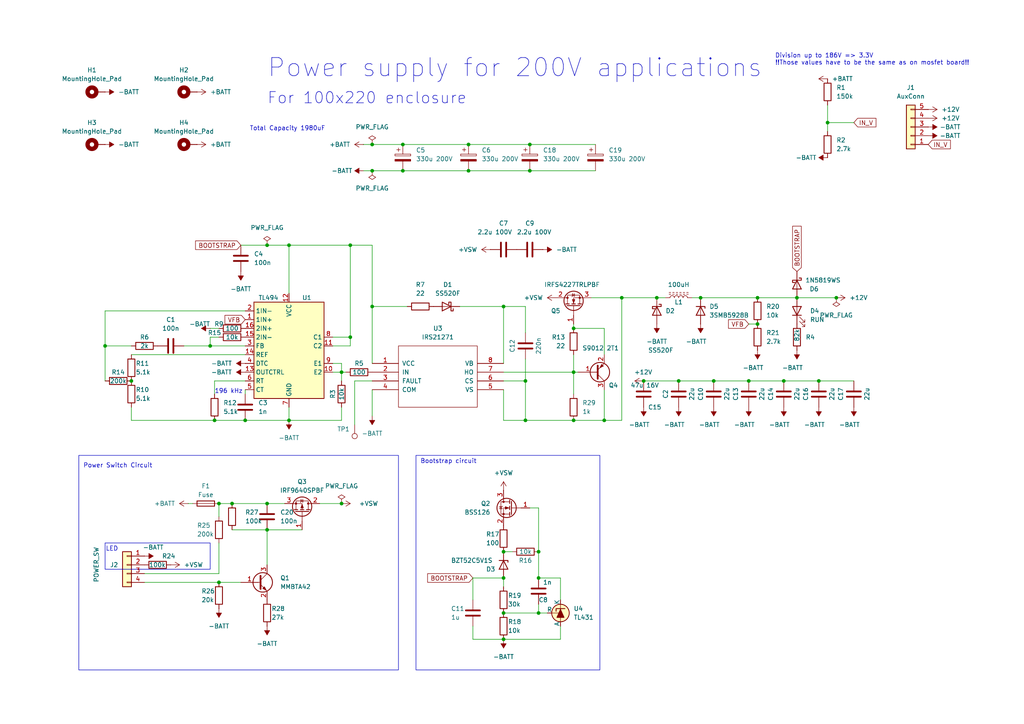
<source format=kicad_sch>
(kicad_sch (version 20231120) (generator "eeschema") (generator_version "8.0")
  (paper "A4")
  (junction (at 231.14 86.36))
  (junction (at 219.71 93.98))
  (junction (at 77.47 146.05))
  (junction (at 63.5 146.05))
  (junction (at 217.17 110.49))
  (junction (at 146.05 185.42))
  (junction (at 101.6 71.12))
  (junction (at 30.48 100.33))
  (junction (at 101.6 97.79))
  (junction (at 180.34 86.36))
  (junction (at 240.03 35.56))
  (junction (at 219.71 86.36))
  (junction (at 99.06 146.05))
  (junction (at 237.49 110.49))
  (junction (at 152.4 121.92))
  (junction (at 156.21 177.8))
  (junction (at 166.37 121.92))
  (junction (at 107.95 88.9))
  (junction (at 116.84 49.53))
  (junction (at 242.57 86.36))
  (junction (at 175.26 121.92))
  (junction (at 99.06 107.95))
  (junction (at 83.82 121.92))
  (junction (at 77.47 71.12))
  (junction (at 166.37 107.95))
  (junction (at 107.95 41.91))
  (junction (at 196.85 110.49))
  (junction (at 116.84 41.91))
  (junction (at 77.47 153.67))
  (junction (at 60.96 100.33))
  (junction (at 190.5 86.36))
  (junction (at 107.95 49.53))
  (junction (at 156.21 167.64))
  (junction (at 227.33 110.49))
  (junction (at 135.89 49.53))
  (junction (at 146.05 88.9))
  (junction (at 203.2 86.36))
  (junction (at 38.1 110.49))
  (junction (at 146.05 167.64))
  (junction (at 152.4 110.49))
  (junction (at 67.31 146.05))
  (junction (at 63.5 168.91))
  (junction (at 166.37 95.25))
  (junction (at 135.89 41.91))
  (junction (at 71.12 121.92))
  (junction (at 207.01 110.49))
  (junction (at 146.05 177.8))
  (junction (at 83.82 71.12))
  (junction (at 153.67 41.91))
  (junction (at 146.05 160.02))
  (junction (at 153.67 49.53))
  (junction (at 156.21 160.02))
  (junction (at 186.69 110.49))
  (junction (at 62.23 121.92))
  (wire (pts (xy 156.21 160.02) (xy 156.21 167.64)))
  (wire (pts (xy 99.06 105.41) (xy 99.06 107.95)))
  (wire (pts (xy 63.5 168.91) (xy 69.85 168.91)))
  (wire (pts (xy 153.67 49.53) (xy 172.72 49.53)))
  (wire (pts (xy 146.05 177.8) (xy 156.21 177.8)))
  (wire (pts (xy 156.21 167.64) (xy 162.56 167.64)))
  (wire (pts (xy 146.05 121.92) (xy 146.05 113.03)))
  (wire (pts (xy 146.05 121.92) (xy 152.4 121.92)))
  (wire (pts (xy 186.69 110.49) (xy 196.85 110.49)))
  (wire (pts (xy 196.85 110.49) (xy 207.01 110.49)))
  (wire (pts (xy 60.96 97.79) (xy 60.96 100.33)))
  (wire (pts (xy 166.37 95.25) (xy 166.37 93.98)))
  (wire (pts (xy 152.4 88.9) (xy 146.05 88.9)))
  (wire (pts (xy 153.67 41.91) (xy 172.72 41.91)))
  (wire (pts (xy 63.5 95.25) (xy 60.96 95.25)))
  (wire (pts (xy 116.84 41.91) (xy 135.89 41.91)))
  (wire (pts (xy 101.6 71.12) (xy 101.6 97.79)))
  (wire (pts (xy 77.47 146.05) (xy 82.55 146.05)))
  (wire (pts (xy 227.33 110.49) (xy 237.49 110.49)))
  (wire (pts (xy 77.47 71.12) (xy 83.82 71.12)))
  (wire (pts (xy 107.95 88.9) (xy 118.11 88.9)))
  (wire (pts (xy 175.26 113.03) (xy 175.26 121.92)))
  (wire (pts (xy 99.06 118.11) (xy 99.06 121.92)))
  (wire (pts (xy 152.4 110.49) (xy 152.4 121.92)))
  (wire (pts (xy 38.1 121.92) (xy 62.23 121.92)))
  (wire (pts (xy 107.95 49.53) (xy 116.84 49.53)))
  (wire (pts (xy 156.21 147.32) (xy 153.67 147.32)))
  (wire (pts (xy 102.87 110.49) (xy 107.95 110.49)))
  (wire (pts (xy 171.45 86.36) (xy 180.34 86.36)))
  (wire (pts (xy 146.05 160.02) (xy 148.59 160.02)))
  (wire (pts (xy 152.4 104.14) (xy 152.4 110.49)))
  (wire (pts (xy 41.91 166.37) (xy 63.5 166.37)))
  (wire (pts (xy 96.52 105.41) (xy 99.06 105.41)))
  (wire (pts (xy 231.14 86.36) (xy 242.57 86.36)))
  (wire (pts (xy 175.26 121.92) (xy 180.34 121.92)))
  (wire (pts (xy 156.21 177.8) (xy 158.75 177.8)))
  (wire (pts (xy 175.26 102.87) (xy 175.26 95.25)))
  (wire (pts (xy 137.16 173.99) (xy 137.16 167.64)))
  (wire (pts (xy 102.87 123.19) (xy 102.87 110.49)))
  (wire (pts (xy 146.05 107.95) (xy 166.37 107.95)))
  (wire (pts (xy 156.21 175.26) (xy 156.21 177.8)))
  (wire (pts (xy 166.37 107.95) (xy 166.37 102.87)))
  (wire (pts (xy 240.03 30.48) (xy 240.03 35.56)))
  (wire (pts (xy 63.5 146.05) (xy 63.5 149.86)))
  (wire (pts (xy 96.52 97.79) (xy 101.6 97.79)))
  (wire (pts (xy 67.31 153.67) (xy 77.47 153.67)))
  (wire (pts (xy 240.03 35.56) (xy 247.65 35.56)))
  (wire (pts (xy 60.96 100.33) (xy 71.12 100.33)))
  (wire (pts (xy 200.66 86.36) (xy 203.2 86.36)))
  (wire (pts (xy 83.82 71.12) (xy 83.82 85.09)))
  (wire (pts (xy 107.95 113.03) (xy 107.95 120.65)))
  (wire (pts (xy 105.41 49.53) (xy 107.95 49.53)))
  (wire (pts (xy 152.4 88.9) (xy 152.4 96.52)))
  (wire (pts (xy 30.48 100.33) (xy 38.1 100.33)))
  (wire (pts (xy 162.56 173.99) (xy 162.56 167.64)))
  (wire (pts (xy 133.35 88.9) (xy 146.05 88.9)))
  (wire (pts (xy 217.17 93.98) (xy 219.71 93.98)))
  (wire (pts (xy 67.31 146.05) (xy 77.47 146.05)))
  (wire (pts (xy 107.95 71.12) (xy 107.95 88.9)))
  (wire (pts (xy 54.61 146.05) (xy 55.88 146.05)))
  (wire (pts (xy 83.82 71.12) (xy 101.6 71.12)))
  (wire (pts (xy 175.26 95.25) (xy 166.37 95.25)))
  (wire (pts (xy 166.37 121.92) (xy 175.26 121.92)))
  (wire (pts (xy 146.05 88.9) (xy 146.05 105.41)))
  (wire (pts (xy 107.95 41.91) (xy 116.84 41.91)))
  (wire (pts (xy 41.91 168.91) (xy 63.5 168.91)))
  (wire (pts (xy 219.71 86.36) (xy 231.14 86.36)))
  (wire (pts (xy 180.34 86.36) (xy 180.34 121.92)))
  (wire (pts (xy 60.96 97.79) (xy 63.5 97.79)))
  (wire (pts (xy 116.84 49.53) (xy 135.89 49.53)))
  (wire (pts (xy 30.48 110.49) (xy 30.48 100.33)))
  (wire (pts (xy 99.06 107.95) (xy 99.06 110.49)))
  (wire (pts (xy 53.34 100.33) (xy 60.96 100.33)))
  (wire (pts (xy 166.37 107.95) (xy 166.37 114.3)))
  (wire (pts (xy 99.06 107.95) (xy 100.33 107.95)))
  (wire (pts (xy 105.41 41.91) (xy 107.95 41.91)))
  (wire (pts (xy 240.03 35.56) (xy 240.03 38.1)))
  (wire (pts (xy 38.1 102.87) (xy 71.12 102.87)))
  (wire (pts (xy 193.04 86.36) (xy 190.5 86.36)))
  (wire (pts (xy 156.21 147.32) (xy 156.21 160.02)))
  (wire (pts (xy 146.05 185.42) (xy 162.56 185.42)))
  (wire (pts (xy 135.89 49.53) (xy 153.67 49.53)))
  (wire (pts (xy 162.56 185.42) (xy 162.56 181.61)))
  (wire (pts (xy 217.17 110.49) (xy 227.33 110.49)))
  (wire (pts (xy 62.23 110.49) (xy 62.23 114.3)))
  (wire (pts (xy 71.12 110.49) (xy 62.23 110.49)))
  (wire (pts (xy 38.1 118.11) (xy 38.1 121.92)))
  (wire (pts (xy 71.12 113.03) (xy 71.12 114.3)))
  (wire (pts (xy 101.6 97.79) (xy 101.6 100.33)))
  (wire (pts (xy 63.5 146.05) (xy 67.31 146.05)))
  (wire (pts (xy 83.82 121.92) (xy 83.82 118.11)))
  (wire (pts (xy 237.49 110.49) (xy 247.65 110.49)))
  (wire (pts (xy 137.16 167.64) (xy 146.05 167.64)))
  (wire (pts (xy 99.06 121.92) (xy 83.82 121.92)))
  (wire (pts (xy 69.85 71.12) (xy 77.47 71.12)))
  (wire (pts (xy 137.16 185.42) (xy 146.05 185.42)))
  (wire (pts (xy 135.89 41.91) (xy 153.67 41.91)))
  (wire (pts (xy 96.52 100.33) (xy 101.6 100.33)))
  (wire (pts (xy 99.06 146.05) (xy 92.71 146.05)))
  (wire (pts (xy 71.12 121.92) (xy 83.82 121.92)))
  (wire (pts (xy 190.5 86.36) (xy 180.34 86.36)))
  (wire (pts (xy 207.01 110.49) (xy 217.17 110.49)))
  (wire (pts (xy 63.5 166.37) (xy 63.5 157.48)))
  (wire (pts (xy 77.47 153.67) (xy 77.47 163.83)))
  (wire (pts (xy 203.2 86.36) (xy 219.71 86.36)))
  (wire (pts (xy 101.6 71.12) (xy 107.95 71.12)))
  (wire (pts (xy 30.48 90.17) (xy 71.12 90.17)))
  (wire (pts (xy 30.48 100.33) (xy 30.48 90.17)))
  (wire (pts (xy 107.95 105.41) (xy 107.95 88.9)))
  (wire (pts (xy 96.52 107.95) (xy 99.06 107.95)))
  (wire (pts (xy 167.64 107.95) (xy 166.37 107.95)))
  (wire (pts (xy 62.23 121.92) (xy 71.12 121.92)))
  (wire (pts (xy 146.05 110.49) (xy 152.4 110.49)))
  (wire (pts (xy 137.16 181.61) (xy 137.16 185.42)))
  (wire (pts (xy 77.47 153.67) (xy 87.63 153.67)))
  (wire (pts (xy 152.4 121.92) (xy 166.37 121.92)))
  (wire (pts (xy 146.05 167.64) (xy 146.05 170.18)))
  (rectangle (start 120.65 132.08) (end 173.99 194.31))
  (rectangle (start 30.48 157.48) (end 60.96 165.1))
  (rectangle (start 22.86 132.08) (end 115.57 194.31))
  (text "LED" (at 34.29 160.02 0) (effects (font (size 1.27 1.27)) (justify right bottom)))
  (text "Power supply for 200V applications" (at 77.47 22.86 0) (effects (font (size 5.27 5.27)) (justify left bottom)))
  (text "Bootstrap circuit" (at 121.92 134.62 0) (effects (font (size 1.27 1.27)) (justify left bottom)))
  (text "Total Capacity 1980uF" (at 72.39 38.1 0) (effects (font (size 1.27 1.27)) (justify left bottom)))
  (text "Power Switch Circuit" (at 24.13 135.89 0) (effects (font (size 1.27 1.27)) (justify left bottom)))
  (text "196 kHz" (at 62.23 114.3 0) (effects (font (size 1.27 1.27)) (justify left bottom)))
  (text "Division up to 186V => 3.3V\n!!Those values have to be the same as on mosfet board!!" (at 224.79 19.05 0) (effects (font (size 1.27 1.27)) (justify left bottom)))
  (text "For 100x220 enclosure" (at 77.47 30.48 0) (effects (font (size 3.27 3.27)) (justify left bottom)))
  (global_label "BOOTSTRAP" (shape input) (at 231.14 78.74 90) (property "Intersheetrefs" "${INTERSHEET_REFS}" (effects (hide yes))))
  (global_label "IN_V" (shape input) (at 247.65 35.56 0) (property "Intersheetrefs" "${INTERSHEET_REFS}" (effects (hide yes))))
  (global_label "VFB" (shape input) (at 217.17 93.98 180) (property "Intersheetrefs" "${INTERSHEET_REFS}" (effects (hide yes))))
  (global_label "BOOTSTRAP" (shape input) (at 137.16 167.64 180) (property "Intersheetrefs" "${INTERSHEET_REFS}" (effects (hide yes))))
  (global_label "BOOTSTRAP" (shape input) (at 69.85 71.12 180) (property "Intersheetrefs" "${INTERSHEET_REFS}" (effects (hide yes))))
  (global_label "VFB" (shape input) (at 71.12 92.71 180) (property "Intersheetrefs" "${INTERSHEET_REFS}" (effects (hide yes))))
  (global_label "IN_V" (shape input) (at 269.24 41.91 0) (property "Intersheetrefs" "${INTERSHEET_REFS}" (effects (hide yes))))
  (symbol (lib_id "power:-BATT") (at 69.85 78.74 180) (unit 1)
    (property "Reference" "#PWR021" (effects (hide yes)))
    (property "Value" "-BATT" (at 69.85 83.82 0))
    (property "Description" "Power symbol creates a global label with name \"-BATT\"" (effects (hide yes)))
  )
  (symbol (lib_id "Device:R") (at 67.31 149.86 0) (unit 1)
    (property "Reference" "R27" (at 71.12 148.59 0) (effects (justify left)))
    (property "Value" "100k" (at 71.12 151.13 0) (effects (justify left)))
    (property "Footprint" "Resistor_SMD:R_0603_1608Metric" (effects (hide yes)))
    (property "MPN" "C25803" (effects (hide yes)))
    (property "Mouser" "603-RC0805FR-0744K2L" (effects (hide yes)))
  )
  (symbol (lib_id "power:-BATT") (at 146.05 185.42 180) (unit 1)
    (property "Reference" "#PWR031" (effects (hide yes)))
    (property "Value" "-BATT" (at 146.05 190.5 0))
    (property "Description" "Power symbol creates a global label with name \"-BATT\"" (effects (hide yes)))
  )
  (symbol (lib_id "power:PWR_FLAG") (at 99.06 146.05 0) (unit 1)
    (property "Reference" "#FLG02" (effects (hide yes)))
    (property "Value" "PWR_FLAG" (at 99.06 140.97 0))
    (property "Description" "Special symbol for telling ERC where power comes from" (effects (hide yes)))
  )
  (symbol (lib_id "power:-BATT") (at 30.48 26.67 270) (unit 1)
    (property "Reference" "#PWR06" (effects (hide yes)))
    (property "Value" "-BATT" (at 34.29 26.67 90) (effects (justify left)))
    (property "Description" "Power symbol creates a global label with name \"-BATT\"" (effects (hide yes)))
  )
  (symbol (lib_id "power:+12V") (at 269.24 31.75 270) (unit 1)
    (property "Reference" "#PWR024" (effects (hide yes)))
    (property "Value" "+12V" (at 273.05 31.75 90) (effects (justify left)))
    (property "Description" "Power symbol creates a global label with name \"+12V\"" (effects (hide yes)))
  )
  (symbol (lib_id "power:-BATT") (at 247.65 118.11 180) (unit 1)
    (property "Reference" "#PWR036" (effects (hide yes)))
    (property "Value" "-BATT" (at 246.38 123.19 0))
    (property "Description" "Power symbol creates a global label with name \"-BATT\"" (effects (hide yes)))
  )
  (symbol (lib_id "Device:R") (at 38.1 106.68 0) (unit 1)
    (property "Reference" "R11" (at 39.37 105.41 0) (effects (justify left)))
    (property "Value" "5.1k" (at 39.37 107.95 0) (effects (justify left)))
    (property "Footprint" "Resistor_SMD:R_0603_1608Metric" (effects (hide yes)))
    (property "MPN" "C23186" (effects (hide yes)))
    (property "Mouser" "603-RC0805FR-0744K2L" (effects (hide yes)))
  )
  (symbol (lib_id "Device:R") (at 67.31 97.79 90) (unit 1)
    (property "Reference" "R15" (at 62.23 96.52 90))
    (property "Value" "10k" (at 67.31 97.79 90))
    (property "Footprint" "Resistor_SMD:R_0603_1608Metric" (effects (hide yes)))
    (property "MPN" "C25804" (effects (hide yes)))
    (property "Mouser" "603-RC0805FR-0744K2L" (effects (hide yes)))
  )
  (symbol (lib_id "power:-BATT") (at 217.17 118.11 180) (unit 1)
    (property "Reference" "#PWR019" (effects (hide yes)))
    (property "Value" "-BATT" (at 215.9 123.19 0))
    (property "Description" "Power symbol creates a global label with name \"-BATT\"" (effects (hide yes)))
  )
  (symbol (lib_id "power:+VSW") (at 99.06 146.05 270) (unit 1)
    (property "Reference" "#PWR042" (effects (hide yes)))
    (property "Value" "+VSW" (at 104.14 146.05 90) (effects (justify left)))
    (property "Description" "Power symbol creates a global label with name \"+VSW\"" (effects (hide yes)))
  )
  (symbol (lib_id "power:+BATT") (at 240.03 22.86 90) (unit 1)
    (property "Reference" "#PWR04" (effects (hide yes)))
    (property "Value" "+BATT" (at 241.3 22.86 90) (effects (justify right)))
    (property "Description" "Power symbol creates a global label with name \"+BATT\"" (effects (hide yes)))
  )
  (symbol (lib_id "Device:R") (at 166.37 118.11 180) (unit 1)
    (property "Reference" "R29" (at 168.91 116.84 0) (effects (justify right)))
    (property "Value" "1k" (at 168.91 119.38 0) (effects (justify right)))
    (property "Footprint" "Resistor_SMD:R_0603_1608Metric" (effects (hide yes)))
    (property "MPN" "C21190" (effects (hide yes)))
    (property "Mouser" "71-CRCW080520R0FKEAC" (effects (hide yes)))
  )
  (symbol (lib_id "power:+VSW") (at 146.05 142.24 0) (unit 1)
    (property "Reference" "#PWR025" (effects (hide yes)))
    (property "Value" "+VSW" (at 146.05 137.16 0))
    (property "Description" "Power symbol creates a global label with name \"+VSW\"" (effects (hide yes)))
  )
  (symbol (lib_id "Device:R") (at 63.5 153.67 0) (unit 1)
    (property "Reference" "R25" (at 57.15 152.4 0) (effects (justify left)))
    (property "Value" "200k" (at 57.15 154.94 0) (effects (justify left)))
    (property "Footprint" "Resistor_SMD:R_0603_1608Metric" (effects (hide yes)))
    (property "MPN" "C25811" (effects (hide yes)))
    (property "Mouser" "603-RC0805FR-0744K2L" (effects (hide yes)))
  )
  (symbol (lib_id "power:-BATT") (at 63.5 176.53 180) (unit 1)
    (property "Reference" "#PWR040" (effects (hide yes)))
    (property "Value" "-BATT" (at 63.5 181.61 0))
    (property "Description" "Power symbol creates a global label with name \"-BATT\"" (effects (hide yes)))
  )
  (symbol (lib_id "power:+BATT") (at 57.15 26.67 270) (unit 1)
    (property "Reference" "#PWR013" (effects (hide yes)))
    (property "Value" "+BATT" (at 60.96 26.67 90) (effects (justify left)))
    (property "Description" "Power symbol creates a global label with name \"+BATT\"" (effects (hide yes)))
  )
  (symbol (lib_id "power:PWR_FLAG") (at 107.95 49.53 180) (unit 1)
    (property "Reference" "#FLG05" (effects (hide yes)))
    (property "Value" "PWR_FLAG" (at 107.95 54.61 0))
    (property "Description" "Special symbol for telling ERC where power comes from" (effects (hide yes)))
  )
  (symbol (lib_id "Device:D_Schottky") (at 190.5 90.17 270) (unit 1)
    (property "Reference" "D2" (at 193.04 90.17 90) (effects (justify left)))
    (property "Value" "SS520F" (at 187.96 101.6 90) (effects (justify left)))
    (property "Footprint" "Diode_SMD:D_SMA" (effects (hide yes)))
    (property "MPN" "C353179" (effects (hide yes)))
  )
  (symbol (lib_id "power:-BATT") (at 107.95 120.65 180) (unit 1)
    (property "Reference" "#PWR023" (effects (hide yes)))
    (property "Value" "-BATT" (at 107.95 125.73 0))
    (property "Description" "Power symbol creates a global label with name \"-BATT\"" (effects (hide yes)))
  )
  (symbol (lib_id "power:+12V") (at 269.24 34.29 270) (unit 1)
    (property "Reference" "#PWR08" (effects (hide yes)))
    (property "Value" "+12V" (at 273.05 34.29 90) (effects (justify left)))
    (property "Description" "Power symbol creates a global label with name \"+12V\"" (effects (hide yes)))
  )
  (symbol (lib_id "power:-BATT") (at 186.69 118.11 180) (unit 1)
    (property "Reference" "#PWR017" (effects (hide yes)))
    (property "Value" "-BATT" (at 185.42 123.19 0))
    (property "Description" "Power symbol creates a global label with name \"-BATT\"" (effects (hide yes)))
  )
  (symbol (lib_id "Transistor_FET:STD7NK40Z") (at 166.37 88.9 90) (unit 1)
    (property "Reference" "Q5" (at 162.56 90.17 90) (effects (justify left)))
    (property "Value" "IRFS4227TRLPBF" (at 173.99 82.55 90) (effects (justify left)))
    (property "Footprint" "Package_TO_SOT_SMD:TO-263-2" (effects (hide yes)))
    (property "Datasheet" "https://www.st.com/resource/en/datasheet/std7nk40zt4.pdf" (effects (hide yes)))
    (property "Description" "5.4A Id, 400V Vds, N-Channel MOSFET, 1Ohm Ron, DPAK" (effects (hide yes)))
    (property "MPN" "C146578" (effects (hide yes)))
    (property "JLCPosOffset" "0,0" (effects (hide yes)))
  )
  (symbol (lib_id "power:PWR_FLAG") (at 107.95 41.91 0) (unit 1)
    (property "Reference" "#FLG04" (effects (hide yes)))
    (property "Value" "PWR_FLAG" (at 107.95 36.83 0))
    (property "Description" "Special symbol for telling ERC where power comes from" (effects (hide yes)))
  )
  (symbol (lib_id "power:-BATT") (at 71.12 105.41 90) (unit 1)
    (property "Reference" "#PWR01" (effects (hide yes)))
    (property "Value" "-BATT" (at 67.31 105.41 90) (effects (justify left)))
    (property "Description" "Power symbol creates a global label with name \"-BATT\"" (effects (hide yes)))
  )
  (symbol (lib_id "power:-BATT") (at 105.41 49.53 90) (unit 1)
    (property "Reference" "#PWR012" (effects (hide yes)))
    (property "Value" "-BATT" (at 102.235 49.53 90) (effects (justify left)))
    (property "Description" "Power symbol creates a global label with name \"-BATT\"" (effects (hide yes)))
  )
  (symbol (lib_id "Device:R") (at 219.71 90.17 180) (unit 1)
    (property "Reference" "R20" (at 222.25 88.9 0) (effects (justify right)))
    (property "Value" "10k" (at 222.25 91.44 0) (effects (justify right)))
    (property "Footprint" "Resistor_SMD:R_0603_1608Metric" (effects (hide yes)))
    (property "MPN" "C25804" (effects (hide yes)))
    (property "Mouser" "71-CRCW080520R0FKEAC" (effects (hide yes)))
  )
  (symbol (lib_id "Device:R") (at 166.37 99.06 180) (unit 1)
    (property "Reference" "R13" (at 160.02 97.79 0) (effects (justify right)))
    (property "Value" "22" (at 161.29 100.33 0) (effects (justify right)))
    (property "Footprint" "Resistor_SMD:R_0603_1608Metric" (effects (hide yes)))
    (property "MPN" "C23345" (effects (hide yes)))
    (property "Mouser" "71-CRCW080520R0FKEAC" (effects (hide yes)))
  )
  (symbol (lib_id "Device:Q_PNP_BEC") (at 172.72 107.95 0) (mirror x) (unit 1)
    (property "Reference" "Q4" (at 176.53 111.76 0) (effects (justify left)))
    (property "Value" "S9012 2T1" (at 168.91 100.965 0) (effects (justify left)))
    (property "Footprint" "Package_TO_SOT_SMD:SOT-23" (effects (hide yes)))
    (property "Description" "PNP transistor, base/emitter/collector" (effects (hide yes)))
    (property "MPN" "C8543" (effects (hide yes)))
  )
  (symbol (lib_id "Connector_Generic:Conn_01x04") (at 36.83 163.83 0) (mirror y) (unit 1)
    (property "Reference" "J2" (at 34.29 163.83 0) (effects (justify left)))
    (property "Value" "POWER_SW" (at 27.94 168.91 90) (effects (justify left)))
    (property "Footprint" "Connector_JST:JST_PH_B4B-PH-K_1x04_P2.00mm_Vertical" (effects (hide yes)))
    (property "MPN" "C131334" (effects (hide yes)))
    (property "JLCRotOffset" "180" (effects (hide yes)))
    (property "JLCPosOffset" "-3,0" (effects (hide yes)))
  )
  (symbol (lib_id "power:+VSW") (at 142.24 72.39 90) (unit 1)
    (property "Reference" "#PWR015" (effects (hide yes)))
    (property "Value" "+VSW" (at 138.43 72.39 90) (effects (justify left)))
    (property "Description" "Power symbol creates a global label with name \"+VSW\"" (effects (hide yes)))
  )
  (symbol (lib_id "Transistor_FET:BS170F") (at 148.59 147.32 0) (mirror y) (unit 1)
    (property "Reference" "Q2" (at 142.24 146.05 0) (effects (justify left)))
    (property "Value" "BSS126" (at 142.24 148.59 0) (effects (justify left)))
    (property "Footprint" "Package_TO_SOT_SMD:SOT-23" (effects (hide yes)))
    (property "Datasheet" "http://www.diodes.com/assets/Datasheets/BS170F.pdf" (effects (hide yes)))
    (property "Description" "0.15A Id, 60V Vds, N-Channel MOSFET, SOT-23" (effects (hide yes)))
    (property "MPN" "C2987085" (effects (hide yes)))
    (property "JLCRotOffset" "0" (effects (hide yes)))
  )
  (symbol (lib_id "Device:D_Zener") (at 146.05 163.83 270) (unit 1)
    (property "Reference" "D3" (at 140.97 165.1 90) (effects (justify left)))
    (property "Value" "BZT52C5V1S" (at 130.81 162.56 90) (effects (justify left)))
    (property "Footprint" "Diode_SMD:D_SOD-323_HandSoldering" (effects (hide yes)))
    (property "MPN" "C2886317" (effects (hide yes)))
  )
  (symbol (lib_id "Device:D_Schottky") (at 129.54 88.9 180) (unit 1)
    (property "Reference" "D1" (at 129.8575 82.55 0))
    (property "Value" "SS520F" (at 129.8575 85.09 0))
    (property "Footprint" "Diode_SMD:D_SMA" (effects (hide yes)))
    (property "MPN" "C353179" (effects (hide yes)))
  )
  (symbol (lib_id "Device:C") (at 156.21 171.45 0) (unit 1)
    (property "Reference" "C8" (at 156.21 173.99 0) (effects (justify left)))
    (property "Value" "1n" (at 157.48 168.91 0) (effects (justify left)))
    (property "Footprint" "Capacitor_SMD:C_0603_1608Metric" (effects (hide yes)))
    (property "MPN" "C1588" (effects (hide yes)))
    (property "Mouser" "80-C0603C102K5R7081" (effects (hide yes)))
  )
  (symbol (lib_id "power:-BATT") (at 77.47 181.61 180) (unit 1)
    (property "Reference" "#PWR041" (effects (hide yes)))
    (property "Value" "-BATT" (at 77.47 186.69 0))
    (property "Description" "Power symbol creates a global label with name \"-BATT\"" (effects (hide yes)))
  )
  (symbol (lib_id "Device:C") (at 152.4 100.33 0) (unit 1)
    (property "Reference" "C12" (at 148.59 100.33 90))
    (property "Value" "220n" (at 156.21 100.33 90))
    (property "Footprint" "Capacitor_SMD:C_1206_3216Metric" (effects (hide yes)))
    (property "MPN" "C2847454" (effects (hide yes)))
  )
  (symbol (lib_id "Device:C") (at 186.69 114.3 0) (unit 1)
    (property "Reference" "C15" (at 187.96 118.11 0) (effects (justify left)))
    (property "Value" "47u 16V" (at 182.88 111.76 0) (effects (justify left)))
    (property "Footprint" "Capacitor_SMD:C_1210_3225Metric" (effects (hide yes)))
    (property "MPN" "C2918513" (effects (hide yes)))
    (property "Mouser" "81-GRM32EC81C476KE5K" (effects (hide yes)))
  )
  (symbol (lib_id "power:-BATT") (at 71.12 107.95 90) (unit 1)
    (property "Reference" "#PWR02" (effects (hide yes)))
    (property "Value" "-BATT" (at 67.31 107.95 90) (effects (justify left)))
    (property "Description" "Power symbol creates a global label with name \"-BATT\"" (effects (hide yes)))
  )
  (symbol (lib_id "Device:D_Schottky") (at 231.14 82.55 270) (unit 1)
    (property "Reference" "D6" (at 237.49 83.82 90) (effects (justify right)))
    (property "Value" "1N5819WS" (at 243.84 81.28 90) (effects (justify right)))
    (property "Footprint" "Diode_SMD:D_SOD-323_HandSoldering" (effects (hide yes)))
    (property "MPN" "C191023" (effects (hide yes)))
  )
  (symbol (lib_id "Device:R") (at 146.05 173.99 180) (unit 1)
    (property "Reference" "R19" (at 147.32 172.72 0) (effects (justify right)))
    (property "Value" "30k" (at 147.32 175.26 0) (effects (justify right)))
    (property "Footprint" "Resistor_SMD:R_0603_1608Metric" (effects (hide yes)))
    (property "MPN" "C22984" (effects (hide yes)))
    (property "Mouser" "71-CRCW080520R0FKEAC" (effects (hide yes)))
  )
  (symbol (lib_id "Device:L_Ferrite") (at 196.85 86.36 90) (unit 1)
    (property "Reference" "L1" (at 196.85 87.63 90))
    (property "Value" "100uH" (at 196.85 82.55 90))
    (property "Footprint" "Inductor_SMD:L_Chilisin_BMRG00131360" (effects (hide yes)))
    (property "MPN" "C408533" (effects (hide yes)))
  )
  (symbol (lib_id "Device:R") (at 67.31 95.25 90) (unit 1)
    (property "Reference" "R9" (at 63.5 93.98 90))
    (property "Value" "100" (at 67.31 95.25 90))
    (property "Footprint" "Resistor_SMD:R_0603_1608Metric" (effects (hide yes)))
    (property "MPN" "C22775" (effects (hide yes)))
    (property "Mouser" "603-RC0805FR-0744K2L" (effects (hide yes)))
  )
  (symbol (lib_id "Device:C") (at 196.85 114.3 0) (unit 1)
    (property "Reference" "C2" (at 193.04 114.3 90))
    (property "Value" "22u" (at 200.66 114.3 90))
    (property "Footprint" "Capacitor_SMD:C_1206_3216Metric" (effects (hide yes)))
    (property "MPN" "C12891" (effects (hide yes)))
  )
  (symbol (lib_id "Device:R") (at 146.05 156.21 180) (unit 1)
    (property "Reference" "R17" (at 140.97 154.94 0) (effects (justify right)))
    (property "Value" "100" (at 140.97 157.48 0) (effects (justify right)))
    (property "Footprint" "Resistor_SMD:R_0603_1608Metric" (effects (hide yes)))
    (property "MPN" "C22775" (effects (hide yes)))
    (property "Mouser" "71-CRCW080520R0FKEAC" (effects (hide yes)))
  )
  (symbol (lib_id "Device:D_Zener") (at 203.2 90.17 270) (unit 1)
    (property "Reference" "D5" (at 205.74 88.9 90) (effects (justify left)))
    (property "Value" "3SMB5928B" (at 205.74 91.44 90) (effects (justify left)))
    (property "Footprint" "Diode_SMD:D_SMB" (effects (hide yes)))
    (property "MPN" "C2983224" (effects (hide yes)))
    (property "Mouser" "821-1SMB5928" (effects (hide yes)))
  )
  (symbol (lib_id "Device:C_Polarized") (at 172.72 45.72 0) (unit 1)
    (property "Reference" "C19" (at 176.53 43.561 0) (effects (justify left)))
    (property "Value" "330u 200V" (at 176.53 46.101 0) (effects (justify left)))
    (property "Footprint" "Capacitor_THT:CP_Radial_D18.0mm_P7.50mm" (effects (hide yes)))
    (property "Mouser" "661-EKMR201VS222MR50" (effects (hide yes)))
    (property "MPN" "C697601" (effects (hide yes)))
  )
  (symbol (lib_id "Device:C_Polarized") (at 135.89 45.72 0) (unit 1)
    (property "Reference" "C6" (at 139.7 43.561 0) (effects (justify left)))
    (property "Value" "330u 200V" (at 139.7 46.101 0) (effects (justify left)))
    (property "Footprint" "Capacitor_THT:CP_Radial_D18.0mm_P7.50mm" (effects (hide yes)))
    (property "Mouser" "661-EKMR201VS222MR50" (effects (hide yes)))
    (property "MPN" "C697601" (effects (hide yes)))
  )
  (symbol (lib_id "power:-BATT") (at 207.01 118.11 180) (unit 1)
    (property "Reference" "#PWR018" (effects (hide yes)))
    (property "Value" "-BATT" (at 205.74 123.19 0))
    (property "Description" "Power symbol creates a global label with name \"-BATT\"" (effects (hide yes)))
  )
  (symbol (lib_id "Device:C") (at 49.53 100.33 90) (unit 1)
    (property "Reference" "C1" (at 49.53 92.71 90))
    (property "Value" "100n" (at 49.53 95.25 90))
    (property "Footprint" "Capacitor_SMD:C_0603_1608Metric" (effects (hide yes)))
    (property "MPN" "C14663" (effects (hide yes)))
    (property "Mouser" "581-08055C104KAT4A" (effects (hide yes)))
  )
  (symbol (lib_id "Mechanical:MountingHole_Pad") (at 27.94 26.67 90) (unit 1) (in_bom no)
    (property "Reference" "H1" (at 26.67 20.32 90))
    (property "Value" "MountingHole_Pad" (at 26.67 22.86 90))
    (property "Footprint" "MountingHole:MountingHole_5.3mm_M5_Pad_Via" (effects (hide yes)))
  )
  (symbol (lib_id "Device:C") (at 217.17 114.3 0) (unit 1)
    (property "Reference" "C13" (at 213.36 114.3 90))
    (property "Value" "22u" (at 220.98 114.3 90))
    (property "Footprint" "Capacitor_SMD:C_1206_3216Metric" (effects (hide yes)))
    (property "MPN" "C12891" (effects (hide yes)))
  )
  (symbol (lib_id "power:+12V") (at 186.69 110.49 90) (unit 1)
    (property "Reference" "#PWR014" (effects (hide yes)))
    (property "Value" "+12V" (at 189.23 107.95 90) (effects (justify left)))
    (property "Description" "Power symbol creates a global label with name \"+12V\"" (effects (hide yes)))
  )
  (symbol (lib_id "power:PWR_FLAG") (at 242.57 86.36 180) (unit 1)
    (property "Reference" "#FLG03" (effects (hide yes)))
    (property "Value" "PWR_FLAG" (at 242.57 91.44 0))
    (property "Description" "Special symbol for telling ERC where power comes from" (effects (hide yes)))
  )
  (symbol (lib_id "power:-BATT") (at 30.48 41.91 270) (unit 1)
    (property "Reference" "#PWR027" (effects (hide yes)))
    (property "Value" "-BATT" (at 34.29 41.91 90) (effects (justify left)))
    (property "Description" "Power symbol creates a global label with name \"-BATT\"" (effects (hide yes)))
  )
  (symbol (lib_id "Regulator_Controller:TL494") (at 83.82 102.87 0) (unit 1)
    (property "Reference" "U1" (at 87.63 86.36 0) (effects (justify left)))
    (property "Value" "TL494" (at 74.93 86.36 0) (effects (justify left)))
    (property "Footprint" "Package_SO:SOIC-16_3.9x9.9mm_P1.27mm" (effects (hide yes)))
    (property "Datasheet" "http://www.ti.com/lit/ds/symlink/tl494.pdf" (effects (hide yes)))
    (property "MPN" "C19882" (effects (hide yes)))
    (property "JLCRotOffset" "0" (effects (hide yes)))
  )
  (symbol (lib_id "Connector:TestPoint") (at 102.87 123.19 180) (unit 1) (in_bom no)
    (property "Reference" "TP1" (at 97.79 124.46 0) (effects (justify right)))
    (property "Value" "TestPoint" (effects (hide yes)))
    (property "Footprint" "TestPoint:TestPoint_Pad_1.0x1.0mm" (effects (hide yes)))
  )
  (symbol (lib_id "Device:C") (at 227.33 114.3 0) (unit 1)
    (property "Reference" "C14" (at 223.52 114.3 90))
    (property "Value" "22u" (at 231.14 114.3 90))
    (property "Footprint" "Capacitor_SMD:C_1206_3216Metric" (effects (hide yes)))
    (property "MPN" "C12891" (effects (hide yes)))
  )
  (symbol (lib_id "Device:C") (at 71.12 118.11 0) (unit 1)
    (property "Reference" "C3" (at 74.93 116.84 0) (effects (justify left)))
    (property "Value" "1n" (at 74.93 119.38 0) (effects (justify left)))
    (property "Footprint" "Capacitor_SMD:C_0603_1608Metric" (effects (hide yes)))
    (property "MPN" "C1588" (effects (hide yes)))
    (property "Mouser" "80-C0603C102K5R7081" (effects (hide yes)))
  )
  (symbol (lib_id "Device:R") (at 34.29 110.49 90) (unit 1)
    (property "Reference" "R14" (at 34.29 107.95 90))
    (property "Value" "200k" (at 34.29 110.49 90))
    (property "Footprint" "Resistor_SMD:R_0603_1608Metric" (effects (hide yes)))
    (property "MPN" "C25811" (effects (hide yes)))
    (property "Mouser" "603-RC0805FR-0744K2L" (effects (hide yes)))
  )
  (symbol (lib_id "power:+BATT") (at 54.61 146.05 90) (unit 1)
    (property "Reference" "#PWR039" (effects (hide yes)))
    (property "Value" "+BATT" (at 50.8 146.05 90) (effects (justify left)))
    (property "Description" "Power symbol creates a global label with name \"+BATT\"" (effects (hide yes)))
  )
  (symbol (lib_id "power:-BATT") (at 227.33 118.11 180) (unit 1)
    (property "Reference" "#PWR032" (effects (hide yes)))
    (property "Value" "-BATT" (at 226.06 123.19 0))
    (property "Description" "Power symbol creates a global label with name \"-BATT\"" (effects (hide yes)))
  )
  (symbol (lib_id "Device:R") (at 231.14 97.79 180) (unit 1)
    (property "Reference" "R4" (at 233.68 97.79 0) (effects (justify right)))
    (property "Value" "82k" (at 231.14 99.06 90) (effects (justify right)))
    (property "Footprint" "Resistor_SMD:R_0603_1608Metric" (effects (hide yes)))
    (property "MPN" "C23254" (effects (hide yes)))
    (property "Mouser" "603-AC0805JR-0710KL" (effects (hide yes)))
  )
  (symbol (lib_id "Mechanical:MountingHole_Pad") (at 54.61 41.91 90) (unit 1) (in_bom no)
    (property "Reference" "H4" (at 53.34 35.56 90))
    (property "Value" "MountingHole_Pad" (at 53.34 38.1 90))
    (property "Footprint" "MountingHole:MountingHole_5.3mm_M5_Pad_Via" (effects (hide yes)))
  )
  (symbol (lib_id "Device:C") (at 237.49 114.3 0) (unit 1)
    (property "Reference" "C16" (at 233.68 114.3 90))
    (property "Value" "22u" (at 241.3 114.3 90))
    (property "Footprint" "Capacitor_SMD:C_1206_3216Metric" (effects (hide yes)))
    (property "MPN" "C12891" (effects (hide yes)))
  )
  (symbol (lib_id "power:-BATT") (at 237.49 118.11 180) (unit 1)
    (property "Reference" "#PWR033" (effects (hide yes)))
    (property "Value" "-BATT" (at 236.22 123.19 0))
    (property "Description" "Power symbol creates a global label with name \"-BATT\"" (effects (hide yes)))
  )
  (symbol (lib_id "Device:R") (at 240.03 26.67 0) (unit 1)
    (property "Reference" "R1" (at 242.57 25.4 0) (effects (justify left)))
    (property "Value" "150k" (at 242.57 27.94 0) (effects (justify left)))
    (property "Footprint" "Resistor_SMD:R_0603_1608Metric" (effects (hide yes)))
    (property "MPN" "C22807" (effects (hide yes)))
    (property "Mouser" "603-RC0805FR-07100KL" (effects (hide yes)))
  )
  (symbol (lib_id "Device:R") (at 62.23 118.11 0) (unit 1)
    (property "Reference" "R12" (at 64.77 116.84 0) (effects (justify left)))
    (property "Value" "5.1k" (at 64.77 119.38 0) (effects (justify left)))
    (property "Footprint" "Resistor_SMD:R_0603_1608Metric" (effects (hide yes)))
    (property "MPN" "C23186" (effects (hide yes)))
    (property "Mouser" "603-RC0805FR-0744K2L" (effects (hide yes)))
  )
  (symbol (lib_id "power:-BATT") (at 41.91 161.29 270) (mirror x) (unit 1)
    (property "Reference" "#PWR037" (effects (hide yes)))
    (property "Value" "-BATT" (at 44.45 158.75 90))
    (property "Description" "Power symbol creates a global label with name \"-BATT\"" (effects (hide yes)))
  )
  (symbol (lib_id "Device:R") (at 240.03 41.91 0) (unit 1)
    (property "Reference" "R2" (at 242.57 40.64 0) (effects (justify left)))
    (property "Value" "2.7k" (at 242.57 43.18 0) (effects (justify left)))
    (property "Footprint" "Resistor_SMD:R_0603_1608Metric" (effects (hide yes)))
    (property "MPN" "C13167" (effects (hide yes)))
    (property "Mouser" "71-CRCW0805-1.8K-E3" (effects (hide yes)))
  )
  (symbol (lib_id "power:+VSW") (at 49.53 163.83 270) (unit 1)
    (property "Reference" "#PWR038" (effects (hide yes)))
    (property "Value" "+VSW" (at 53.34 163.83 90) (effects (justify left)))
    (property "Description" "Power symbol creates a global label with name \"+VSW\"" (effects (hide yes)))
  )
  (symbol (lib_id "Mechanical:MountingHole_Pad") (at 27.94 41.91 90) (unit 1) (in_bom no)
    (property "Reference" "H3" (at 26.67 35.56 90))
    (property "Value" "MountingHole_Pad" (at 26.67 38.1 90))
    (property "Footprint" "MountingHole:MountingHole_5.3mm_M5_Pad_Via" (effects (hide yes)))
  )
  (symbol (lib_id "Device:C") (at 153.67 72.39 90) (unit 1)
    (property "Reference" "C9" (at 153.67 64.77 90))
    (property "Value" "2.2u 100V" (at 154.94 67.31 90))
    (property "Footprint" "Capacitor_SMD:C_1206_3216Metric" (effects (hide yes)))
    (property "MPN" "C920964" (effects (hide yes)))
  )
  (symbol (lib_id "Device:R") (at 77.47 177.8 0) (unit 1)
    (property "Reference" "R28" (at 78.74 176.53 0) (effects (justify left)))
    (property "Value" "27k" (at 78.74 179.07 0) (effects (justify left)))
    (property "Footprint" "Resistor_SMD:R_0603_1608Metric" (effects (hide yes)))
    (property "MPN" "C22967" (effects (hide yes)))
    (property "Mouser" "603-RC0805FR-0744K2L" (effects (hide yes)))
  )
  (symbol (lib_id "Device:R") (at 41.91 100.33 90) (unit 1)
    (property "Reference" "R6" (at 41.91 97.79 90))
    (property "Value" "2k" (at 41.91 100.33 90))
    (property "Footprint" "Resistor_SMD:R_0603_1608Metric" (effects (hide yes)))
    (property "MPN" "C22975" (effects (hide yes)))
    (property "Mouser" "603-RC0805FR-0744K2L" (effects (hide yes)))
  )
  (symbol (lib_id "Transistor_FET:SUD50P10-43L") (at 87.63 148.59 270) (mirror x) (unit 1)
    (property "Reference" "Q3" (at 87.63 139.7 90))
    (property "Value" "IRF9640SPBF" (at 87.63 142.24 90))
    (property "Footprint" "Package_TO_SOT_SMD:TO-263-2" (effects (hide yes)))
    (property "Datasheet" "https://www.vishay.com/docs/62504/sud50p10-43l-ge3.pdf" (effects (hide yes)))
    (property "Description" "-37A Id, -100V Vds, TrenchFET P-Channel Power MOSFET, 43mOhm Ron, 160nC Qg, -55 to 150 °C, TO-252-2" (effects (hide yes)))
    (property "MPN" "C540971" (effects (hide yes)))
    (property "JLCPosOffset" "-2,0" (effects (hide yes)))
    (property "JLCRotOffset" "180" (effects (hide yes)))
  )
  (symbol (lib_id "Mechanical:MountingHole_Pad") (at 54.61 26.67 90) (unit 1) (in_bom no)
    (property "Reference" "H2" (at 53.34 20.32 90))
    (property "Value" "MountingHole_Pad" (at 53.34 22.86 90))
    (property "Footprint" "MountingHole:MountingHole_5.3mm_M5_Pad_Via" (effects (hide yes)))
  )
  (symbol (lib_id "Device:R") (at 99.06 114.3 0) (unit 1)
    (property "Reference" "R3" (at 96.52 114.3 90))
    (property "Value" "10k" (at 99.06 114.3 90))
    (property "Footprint" "Resistor_SMD:R_0603_1608Metric" (effects (hide yes)))
    (property "MPN" "C25804" (effects (hide yes)))
    (property "Mouser" "71-CRCW080520R0FKEAC" (effects (hide yes)))
  )
  (symbol (lib_id "power:-BATT") (at 231.14 101.6 180) (unit 1)
    (property "Reference" "#PWR029" (effects (hide yes)))
    (property "Value" "-BATT" (at 229.87 106.68 0))
    (property "Description" "Power symbol creates a global label with name \"-BATT\"" (effects (hide yes)))
  )
  (symbol (lib_id "Device:R") (at 45.72 163.83 90) (mirror x) (unit 1)
    (property "Reference" "R24" (at 46.99 161.29 90) (effects (justify right)))
    (property "Value" "100k" (at 43.18 163.83 90) (effects (justify right)))
    (property "Footprint" "Resistor_SMD:R_0603_1608Metric" (effects (hide yes)))
    (property "MPN" "C25803" (effects (hide yes)))
    (property "Mouser" "603-AC0805JR-0710KL" (effects (hide yes)))
  )
  (symbol (lib_id "power:PWR_FLAG") (at 77.47 71.12 0) (unit 1)
    (property "Reference" "#FLG01" (effects (hide yes)))
    (property "Value" "PWR_FLAG" (at 77.47 66.04 0))
    (property "Description" "Special symbol for telling ERC where power comes from" (effects (hide yes)))
  )
  (symbol (lib_id "power:-BATT") (at 157.48 72.39 270) (unit 1)
    (property "Reference" "#PWR035" (effects (hide yes)))
    (property "Value" "-BATT" (at 161.29 72.39 90) (effects (justify left)))
    (property "Description" "Power symbol creates a global label with name \"-BATT\"" (effects (hide yes)))
  )
  (symbol (lib_id "Device:R") (at 219.71 97.79 180) (unit 1)
    (property "Reference" "R21" (at 222.25 96.52 0) (effects (justify right)))
    (property "Value" "2.7k" (at 222.25 99.06 0) (effects (justify right)))
    (property "Footprint" "Resistor_SMD:R_0603_1608Metric" (effects (hide yes)))
    (property "MPN" "C13167" (effects (hide yes)))
    (property "Mouser" "71-CRCW080520R0FKEAC" (effects (hide yes)))
  )
  (symbol (lib_id "Device:C") (at 146.05 72.39 90) (unit 1)
    (property "Reference" "C7" (at 146.05 64.77 90))
    (property "Value" "2.2u 100V" (at 143.51 67.31 90))
    (property "Footprint" "Capacitor_SMD:C_1206_3216Metric" (effects (hide yes)))
    (property "MPN" "C920964" (effects (hide yes)))
  )
  (symbol (lib_id "power:-BATT") (at 240.03 45.72 90) (unit 1)
    (property "Reference" "#PWR07" (effects (hide yes)))
    (property "Value" "-BATT" (at 236.855 45.72 90) (effects (justify left)))
    (property "Description" "Power symbol creates a global label with name \"-BATT\"" (effects (hide yes)))
  )
  (symbol (lib_id "Device:C_Polarized") (at 116.84 45.72 0) (unit 1)
    (property "Reference" "C5" (at 120.65 43.561 0) (effects (justify left)))
    (property "Value" "330u 200V" (at 120.65 46.101 0) (effects (justify left)))
    (property "Footprint" "Capacitor_THT:CP_Radial_D18.0mm_P7.50mm" (effects (hide yes)))
    (property "MPN" "C697601" (effects (hide yes)))
    (property "Mouser" "661-EKMR201VS222MR50" (effects (hide yes)))
  )
  (symbol (lib_id "Device:R") (at 38.1 114.3 0) (unit 1)
    (property "Reference" "R10" (at 39.37 113.03 0) (effects (justify left)))
    (property "Value" "5.1k" (at 39.37 115.57 0) (effects (justify left)))
    (property "Footprint" "Resistor_SMD:R_0603_1608Metric" (effects (hide yes)))
    (property "MPN" "C23186" (effects (hide yes)))
    (property "Mouser" "603-RC0805FR-0744K2L" (effects (hide yes)))
  )
  (symbol (lib_id "GigaESCSymbols:TL431") (at 162.56 177.8 0) (unit 1)
    (property "Reference" "U4" (at 166.37 176.53 0) (effects (justify left)))
    (property "Value" "TL431" (at 166.37 179.07 0) (effects (justify left)))
    (property "Footprint" "Package_TO_SOT_SMD:SOT-23" (effects (hide yes)))
    (property "Datasheet" "https://datasheet.lcsc.com/lcsc/2204271145_Guangdong-Hottech-TL431_C181103.pdf" (effects (hide yes)))
    (property "Description" "VRef Shunt AdjV 1% [SOT-23]" (effects (hide yes)))
    (property "Manuf" "TI" (effects (hide yes)))
    (property "MPN" "C181103" (effects (hide yes)))
    (property "BOM" "TI TL431AIDBZ" (effects (hide yes)))
    (property "JLCRotOffset" "0" (effects (hide yes)))
  )
  (symbol (lib_id "Device:R") (at 152.4 160.02 90) (unit 1)
    (property "Reference" "R16" (at 152.4 162.56 90))
    (property "Value" "10k" (at 152.4 160.02 90))
    (property "Footprint" "Resistor_SMD:R_0603_1608Metric" (effects (hide yes)))
    (property "MPN" "C25804" (effects (hide yes)))
    (property "Mouser" "71-CRCW080520R0FKEAC" (effects (hide yes)))
  )
  (symbol (lib_id "Device:C") (at 137.16 177.8 0) (unit 1)
    (property "Reference" "C11" (at 130.81 176.53 0) (effects (justify left)))
    (property "Value" "1u" (at 130.81 179.07 0) (effects (justify left)))
    (property "Footprint" "Capacitor_SMD:C_0603_1608Metric" (effects (hide yes)))
    (property "MPN" "C15849" (effects (hide yes)))
    (property "Mouser" "581-08055C104KAT4A" (effects (hide yes)))
  )
  (symbol (lib_id "Device:R") (at 104.14 107.95 270) (unit 1)
    (property "Reference" "R5" (at 104.14 105.41 90))
    (property "Value" "100" (at 104.14 107.95 90))
    (property "Footprint" "Resistor_SMD:R_0603_1608Metric" (effects (hide yes)))
    (property "MPN" "C22775" (effects (hide yes)))
    (property "Mouser" "71-CRCW080520R0FKEAC" (effects (hide yes)))
  )
  (symbol (lib_id "Connector_Generic:Conn_01x05") (at 264.16 36.83 180) (unit 1)
    (property "Reference" "J1" (at 264.16 25.4 0))
    (property "Value" "AuxConn" (at 264.16 27.94 0))
    (property "Footprint" "Connector_JST:JST_PH_B5B-PH-K_1x05_P2.00mm_Vertical" (effects (hide yes)))
    (property "MPN" "C157993" (effects (hide yes)))
    (property "JLCPosOffset" "-4,0" (effects (hide yes)))
    (property "JLCRotOffset" "180" (effects (hide yes)))
  )
  (symbol (lib_id "Device:R") (at 121.92 88.9 90) (unit 1)
    (property "Reference" "R7" (at 121.92 82.55 90))
    (property "Value" "22" (at 121.92 85.09 90))
    (property "Footprint" "Resistor_SMD:R_0603_1608Metric" (effects (hide yes)))
    (property "MPN" "C23345" (effects (hide yes)))
    (property "Mouser" "71-CRCW080520R0FKEAC" (effects (hide yes)))
  )
  (symbol (lib_id "Device:C") (at 247.65 114.3 0) (unit 1)
    (property "Reference" "C17" (at 243.84 114.3 90))
    (property "Value" "22u" (at 251.46 114.3 90))
    (property "Footprint" "Capacitor_SMD:C_1206_3216Metric" (effects (hide yes)))
    (property "MPN" "C12891" (effects (hide yes)))
  )
  (symbol (lib_id "Device:R") (at 63.5 172.72 0) (unit 1)
    (property "Reference" "R26" (at 58.42 171.45 0) (effects (justify left)))
    (property "Value" "20k" (at 58.42 173.99 0) (effects (justify left)))
    (property "Footprint" "Resistor_SMD:R_0603_1608Metric" (effects (hide yes)))
    (property "MPN" "C4184" (effects (hide yes)))
    (property "Mouser" "603-RC0805FR-0744K2L" (effects (hide yes)))
  )
  (symbol (lib_id "power:-BATT") (at 219.71 101.6 180) (unit 1)
    (property "Reference" "#PWR030" (effects (hide yes)))
    (property "Value" "-BATT" (at 218.44 106.68 0))
    (property "Description" "Power symbol creates a global label with name \"-BATT\"" (effects (hide yes)))
  )
  (symbol (lib_id "power:-BATT") (at 196.85 118.11 180) (unit 1)
    (property "Reference" "#PWR016" (effects (hide yes)))
    (property "Value" "-BATT" (at 195.58 123.19 0))
    (property "Description" "Power symbol creates a global label with name \"-BATT\"" (effects (hide yes)))
  )
  (symbol (lib_id "Device:C") (at 207.01 114.3 0) (unit 1)
    (property "Reference" "C10" (at 203.2 114.3 90))
    (property "Value" "22u" (at 210.82 114.3 90))
    (property "Footprint" "Capacitor_SMD:C_1206_3216Metric" (effects (hide yes)))
    (property "MPN" "C12891" (effects (hide yes)))
  )
  (symbol (lib_id "power:+BATT") (at 57.15 41.91 270) (unit 1)
    (property "Reference" "#PWR028" (effects (hide yes)))
    (property "Value" "+BATT" (at 60.96 41.91 90) (effects (justify left)))
    (property "Description" "Power symbol creates a global label with name \"+BATT\"" (effects (hide yes)))
  )
  (symbol (lib_id "Device:C_Polarized") (at 153.67 45.72 0) (unit 1)
    (property "Reference" "C18" (at 157.48 43.561 0) (effects (justify left)))
    (property "Value" "330u 200V" (at 157.48 46.101 0) (effects (justify left)))
    (property "Footprint" "Capacitor_THT:CP_Radial_D18.0mm_P7.50mm" (effects (hide yes)))
    (property "MPN" "C697601" (effects (hide yes)))
    (property "Mouser" "661-EKMR201VS222MR50" (effects (hide yes)))
  )
  (symbol (lib_id "power:+VSW") (at 161.29 86.36 90) (unit 1)
    (property "Reference" "#PWR043" (effects (hide yes)))
    (property "Value" "+VSW" (at 157.48 86.36 90) (effects (justify left)))
    (property "Description" "Power symbol creates a global label with name \"+VSW\"" (effects (hide yes)))
  )
  (symbol (lib_id "GigaESCSymbols:IRS21271") (at 127 109.22 0) (unit 1)
    (property "Reference" "U3" (at 127 95.25 0))
    (property "Value" "IRS21271" (at 127 97.79 0))
    (property "Footprint" "Package_SO:SO-8_3.9x4.9mm_P1.27mm" (effects (hide yes)))
    (property "Datasheet" "DOCUMENTATION" (effects (hide yes)))
    (property "MPN" "C476118" (effects (hide yes)))
    (property "JLCRotOffset" "-90" (effects (hide yes)))
  )
  (symbol (lib_id "power:-BATT") (at 269.24 36.83 270) (unit 1)
    (property "Reference" "#PWR011" (effects (hide yes)))
    (property "Value" "-BATT" (at 275.59 36.83 90))
    (property "Description" "Power symbol creates a global label with name \"-BATT\"" (effects (hide yes)))
  )
  (symbol (lib_id "power:-BATT") (at 190.5 93.98 180) (unit 1)
    (property "Reference" "#PWR022" (effects (hide yes)))
    (property "Value" "-BATT" (at 190.5 99.06 0))
    (property "Description" "Power symbol creates a global label with name \"-BATT\"" (effects (hide yes)))
  )
  (symbol (lib_id "Device:C") (at 69.85 74.93 0) (unit 1)
    (property "Reference" "C4" (at 73.66 73.66 0) (effects (justify left)))
    (property "Value" "100n" (at 73.66 76.2 0) (effects (justify left)))
    (property "Footprint" "Capacitor_SMD:C_0603_1608Metric" (effects (hide yes)))
    (property "MPN" "C14663" (effects (hide yes)))
    (property "Mouser" "581-08055C104KAT4A" (effects (hide yes)))
  )
  (symbol (lib_id "power:-BATT") (at 83.82 121.92 180) (unit 1)
    (property "Reference" "#PWR020" (effects (hide yes)))
    (property "Value" "-BATT" (at 83.82 127 0))
    (property "Description" "Power symbol creates a global label with name \"-BATT\"" (effects (hide yes)))
  )
  (symbol (lib_id "Device:C") (at 77.47 149.86 0) (unit 1)
    (property "Reference" "C20" (at 81.28 148.59 0) (effects (justify left)))
    (property "Value" "100n" (at 81.28 151.13 0) (effects (justify left)))
    (property "Footprint" "Capacitor_SMD:C_0603_1608Metric" (effects (hide yes)))
    (property "MPN" "C14663" (effects (hide yes)))
    (property "Mouser" "581-08055C104KAT4A" (effects (hide yes)))
  )
  (symbol (lib_id "power:+BATT") (at 105.41 41.91 90) (unit 1)
    (property "Reference" "#PWR03" (effects (hide yes)))
    (property "Value" "+BATT" (at 101.6 41.91 90) (effects (justify left)))
    (property "Description" "Power symbol creates a global label with name \"+BATT\"" (effects (hide yes)))
  )
  (symbol (lib_id "power:+12V") (at 242.57 86.36 270) (unit 1)
    (property "Reference" "#PWR026" (effects (hide yes)))
    (property "Value" "+12V" (at 246.38 86.36 90) (effects (justify left)))
    (property "Description" "Power symbol creates a global label with name \"+12V\"" (effects (hide yes)))
  )
  (symbol (lib_id "Transistor_BJT:MMBTA42") (at 74.93 168.91 0) (unit 1)
    (property "Reference" "Q1" (at 81.28 167.64 0) (effects (justify left)))
    (property "Value" "MMBTA42" (at 81.28 170.18 0) (effects (justify left)))
    (property "Footprint" "Package_TO_SOT_SMD:SOT-23" (effects (hide yes)))
    (property "Datasheet" "https://www.onsemi.com/pub/Collateral/MMBTA42LT1-D.PDF" (effects (hide yes)))
    (property "MPN" "C916394" (effects (hide yes)))
    (property "JLCRotOffset" "0" (effects (hide yes)))
  )
  (symbol (lib_id "Device:R") (at 146.05 181.61 180) (unit 1)
    (property "Reference" "R18" (at 147.32 180.34 0) (effects (justify right)))
    (property "Value" "10k" (at 147.32 182.88 0) (effects (justify right)))
    (property "Footprint" "Resistor_SMD:R_0603_1608Metric" (effects (hide yes)))
    (property "MPN" "C25804" (effects (hide yes)))
    (property "Mouser" "71-CRCW080520R0FKEAC" (effects (hide yes)))
  )
  (symbol (lib_id "Device:LED") (at 231.14 90.17 90) (unit 1)
    (property "Reference" "D4" (at 234.95 90.17 90) (effects (justify right)))
    (property "Value" "RUN" (at 234.95 92.71 90) (effects (justify right)))
    (property "Footprint" "Diode_SMD:D_0603_1608Metric" (effects (hide yes)))
    (property "MPN" "C2290" (effects (hide yes)))
  )
  (symbol (lib_id "power:-BATT") (at 203.2 93.98 180) (unit 1)
    (property "Reference" "#PWR09" (effects (hide yes)))
    (property "Value" "-BATT" (at 201.93 99.06 0))
    (property "Description" "Power symbol creates a global label with name \"-BATT\"" (effects (hide yes)))
  )
  (symbol (lib_id "Device:Fuse") (at 59.69 146.05 90) (unit 1)
    (property "Reference" "F1" (at 59.69 140.97 90))
    (property "Value" "Fuse" (at 59.69 143.51 90))
    (property "Footprint" "Fuse:Fuse_2512_6332Metric_Pad1.52x3.35mm_HandSolder" (effects (hide yes)))
    (property "MPN" "C3131" (effects (hide yes)))
    (property "JLCPosOffset" "11.25,0" (effects (hide yes)))
  )
  (symbol (lib_id "power:-BATT") (at 269.24 39.37 270) (unit 1)
    (property "Reference" "#PWR010" (effects (hide yes)))
    (property "Value" "-BATT" (at 275.59 39.37 90))
    (property "Description" "Power symbol creates a global label with name \"-BATT\"" (effects (hide yes)))
  )
  (symbol (lib_id "power:-BATT") (at 60.96 95.25 90) (unit 1)
    (property "Reference" "#PWR05" (effects (hide yes)))
    (property "Value" "-BATT" (at 60.96 93.98 90) (effects (justify left)))
    (property "Description" "Power symbol creates a global label with name \"-BATT\"" (effects (hide yes)))
  )
)
</source>
